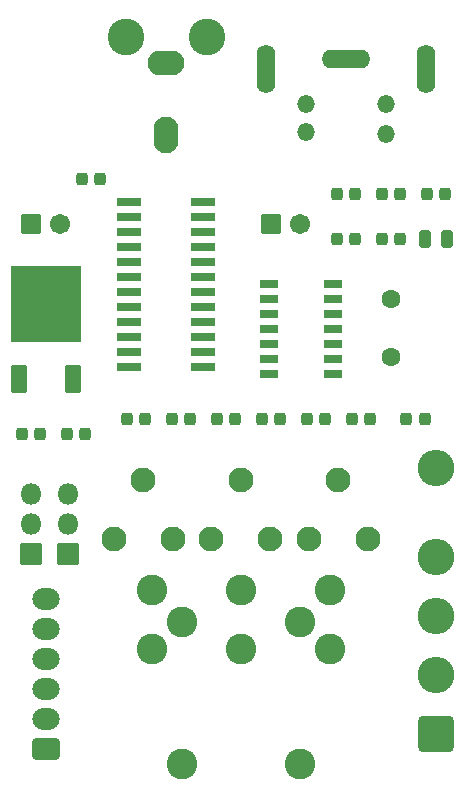
<source format=gbr>
G04 #@! TF.GenerationSoftware,KiCad,Pcbnew,(6.0.6-0)*
G04 #@! TF.CreationDate,2022-10-21T02:43:14+09:00*
G04 #@! TF.ProjectId,Spica,53706963-612e-46b6-9963-61645f706362,rev?*
G04 #@! TF.SameCoordinates,Original*
G04 #@! TF.FileFunction,Soldermask,Top*
G04 #@! TF.FilePolarity,Negative*
%FSLAX46Y46*%
G04 Gerber Fmt 4.6, Leading zero omitted, Abs format (unit mm)*
G04 Created by KiCad (PCBNEW (6.0.6-0)) date 2022-10-21 02:43:14*
%MOMM*%
%LPD*%
G01*
G04 APERTURE LIST*
G04 Aperture macros list*
%AMRoundRect*
0 Rectangle with rounded corners*
0 $1 Rounding radius*
0 $2 $3 $4 $5 $6 $7 $8 $9 X,Y pos of 4 corners*
0 Add a 4 corners polygon primitive as box body*
4,1,4,$2,$3,$4,$5,$6,$7,$8,$9,$2,$3,0*
0 Add four circle primitives for the rounded corners*
1,1,$1+$1,$2,$3*
1,1,$1+$1,$4,$5*
1,1,$1+$1,$6,$7*
1,1,$1+$1,$8,$9*
0 Add four rect primitives between the rounded corners*
20,1,$1+$1,$2,$3,$4,$5,0*
20,1,$1+$1,$4,$5,$6,$7,0*
20,1,$1+$1,$6,$7,$8,$9,0*
20,1,$1+$1,$8,$9,$2,$3,0*%
G04 Aperture macros list end*
%ADD10RoundRect,0.051000X-0.800000X-0.800000X0.800000X-0.800000X0.800000X0.800000X-0.800000X0.800000X0*%
%ADD11C,1.702000*%
%ADD12RoundRect,0.051000X-1.000000X-0.300000X1.000000X-0.300000X1.000000X0.300000X-1.000000X0.300000X0*%
%ADD13RoundRect,0.051000X0.850000X0.850000X-0.850000X0.850000X-0.850000X-0.850000X0.850000X-0.850000X0*%
%ADD14O,1.802000X1.802000*%
%ADD15RoundRect,0.269750X-0.218750X-0.256250X0.218750X-0.256250X0.218750X0.256250X-0.218750X0.256250X0*%
%ADD16O,4.102000X1.602000*%
%ADD17O,1.602000X4.102000*%
%ADD18O,1.502000X1.502000*%
%ADD19C,3.102000*%
%ADD20O,2.102000X3.102000*%
%ADD21O,3.102000X2.102000*%
%ADD22RoundRect,0.294750X-0.243750X-0.456250X0.243750X-0.456250X0.243750X0.456250X-0.243750X0.456250X0*%
%ADD23RoundRect,0.269750X0.218750X0.256250X-0.218750X0.256250X-0.218750X-0.256250X0.218750X-0.256250X0*%
%ADD24C,2.102000*%
%ADD25RoundRect,0.051000X-0.750000X-0.300000X0.750000X-0.300000X0.750000X0.300000X-0.750000X0.300000X0*%
%ADD26RoundRect,0.051000X0.600000X-1.100000X0.600000X1.100000X-0.600000X1.100000X-0.600000X-1.100000X0*%
%ADD27RoundRect,0.051000X2.900000X-3.200000X2.900000X3.200000X-2.900000X3.200000X-2.900000X-3.200000X0*%
%ADD28C,1.602000*%
%ADD29C,2.602000*%
%ADD30RoundRect,0.301000X0.850000X-0.620000X0.850000X0.620000X-0.850000X0.620000X-0.850000X-0.620000X0*%
%ADD31O,2.302000X1.842000*%
%ADD32RoundRect,0.492000X1.059000X-1.059000X1.059000X1.059000X-1.059000X1.059000X-1.059000X-1.059000X0*%
%ADD33O,3.102000X3.102000*%
G04 APERTURE END LIST*
D10*
X58420000Y-81280000D03*
D11*
X60920000Y-81280000D03*
D10*
X78740000Y-81280000D03*
D11*
X81240000Y-81280000D03*
D12*
X66750000Y-79375000D03*
X66750000Y-80645000D03*
X66750000Y-81915000D03*
X66750000Y-83185000D03*
X66750000Y-84455000D03*
X66750000Y-85725000D03*
X66750000Y-86995000D03*
X66750000Y-88265000D03*
X66750000Y-89535000D03*
X66750000Y-90805000D03*
X66750000Y-92075000D03*
X66750000Y-93345000D03*
X72950000Y-93345000D03*
X72950000Y-92075000D03*
X72950000Y-90805000D03*
X72950000Y-89535000D03*
X72950000Y-88265000D03*
X72950000Y-86995000D03*
X72950000Y-85725000D03*
X72950000Y-84455000D03*
X72950000Y-83185000D03*
X72950000Y-81915000D03*
X72950000Y-80645000D03*
X72950000Y-79375000D03*
D13*
X58420000Y-109220000D03*
D14*
X58420000Y-106680000D03*
X58420000Y-104140000D03*
D15*
X66522500Y-97790000D03*
X68097500Y-97790000D03*
X70332500Y-97790000D03*
X71907500Y-97790000D03*
X74142500Y-97790000D03*
X75717500Y-97790000D03*
X88112500Y-82550000D03*
X89687500Y-82550000D03*
X77952500Y-97790000D03*
X79527500Y-97790000D03*
X57632500Y-99060000D03*
X59207500Y-99060000D03*
X61442500Y-99060000D03*
X63017500Y-99060000D03*
X81762500Y-97790000D03*
X83337500Y-97790000D03*
X85572500Y-97790000D03*
X87147500Y-97790000D03*
X90170000Y-97790000D03*
X91745000Y-97790000D03*
D16*
X85090000Y-67320000D03*
D17*
X91840000Y-68120000D03*
X78340000Y-68120000D03*
D18*
X81690000Y-71120000D03*
X88490000Y-71120000D03*
X81690000Y-73520000D03*
X88490000Y-73620000D03*
D19*
X73350000Y-65430000D03*
X66450000Y-65430000D03*
D20*
X69850000Y-73730000D03*
D21*
X69850000Y-67630000D03*
D22*
X91772500Y-82550000D03*
X93647500Y-82550000D03*
D23*
X64287500Y-77470000D03*
X62712500Y-77470000D03*
D15*
X84302500Y-78740000D03*
X85877500Y-78740000D03*
X88112500Y-78740000D03*
X89687500Y-78740000D03*
X91922500Y-78740000D03*
X93497500Y-78740000D03*
D24*
X73700000Y-107950000D03*
X76200000Y-102950000D03*
X78700000Y-107950000D03*
D25*
X78580000Y-86360000D03*
X78580000Y-87630000D03*
X78580000Y-88900000D03*
X78580000Y-90170000D03*
X78580000Y-91440000D03*
X78580000Y-92710000D03*
X78580000Y-93980000D03*
X83980000Y-93980000D03*
X83980000Y-92710000D03*
X83980000Y-91440000D03*
X83980000Y-90170000D03*
X83980000Y-88900000D03*
X83980000Y-87630000D03*
X83980000Y-86360000D03*
D26*
X57410000Y-94370000D03*
D27*
X59690000Y-88070000D03*
D26*
X61970000Y-94370000D03*
D28*
X88900000Y-87630000D03*
X88900000Y-92510000D03*
D29*
X81200000Y-126960000D03*
X71200000Y-126960000D03*
X83700000Y-117260000D03*
X76200000Y-117260000D03*
X68700000Y-117260000D03*
X81200000Y-114960000D03*
X71200000Y-114960000D03*
X83700000Y-112260000D03*
X68700000Y-112260000D03*
X76200000Y-112260000D03*
D24*
X65445000Y-107950000D03*
X67945000Y-102950000D03*
X70445000Y-107950000D03*
D13*
X61595000Y-109220000D03*
D14*
X61595000Y-106680000D03*
X61595000Y-104140000D03*
D24*
X81955000Y-107950000D03*
X84455000Y-102950000D03*
X86955000Y-107950000D03*
D30*
X59690000Y-125730000D03*
D31*
X59690000Y-123190000D03*
X59690000Y-120650000D03*
X59690000Y-118110000D03*
X59690000Y-115570000D03*
X59690000Y-113030000D03*
D32*
X92710000Y-124460000D03*
D33*
X92710000Y-119460000D03*
X92710000Y-114460000D03*
X92710000Y-109460000D03*
X92710000Y-101960000D03*
D15*
X84302500Y-82550000D03*
X85877500Y-82550000D03*
M02*

</source>
